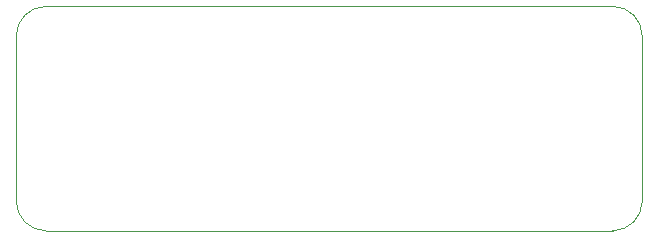
<source format=gbr>
%TF.GenerationSoftware,KiCad,Pcbnew,(6.0.6-1)-1*%
%TF.CreationDate,2022-08-11T03:14:31+08:00*%
%TF.ProjectId,card,63617264-2e6b-4696-9361-645f70636258,rev?*%
%TF.SameCoordinates,Original*%
%TF.FileFunction,Profile,NP*%
%FSLAX46Y46*%
G04 Gerber Fmt 4.6, Leading zero omitted, Abs format (unit mm)*
G04 Created by KiCad (PCBNEW (6.0.6-1)-1) date 2022-08-11 03:14:31*
%MOMM*%
%LPD*%
G01*
G04 APERTURE LIST*
%TA.AperFunction,Profile*%
%ADD10C,0.100000*%
%TD*%
G04 APERTURE END LIST*
D10*
X28138820Y-22465148D02*
G75*
G03*
X25638820Y-24965148I0J-2500000D01*
G01*
X28138820Y-22465148D02*
X76138820Y-22465148D01*
X78638820Y-24965148D02*
X78638820Y-38965148D01*
X28138820Y-41465148D02*
X76138820Y-41465148D01*
X78638820Y-24965148D02*
G75*
G03*
X76138820Y-22465148I-2500000J0D01*
G01*
X25638820Y-38965148D02*
G75*
G03*
X28138820Y-41465148I2500000J0D01*
G01*
X25638820Y-24965148D02*
X25638820Y-38965148D01*
X76138820Y-41465148D02*
G75*
G03*
X78638820Y-38965148I0J2500000D01*
G01*
M02*

</source>
